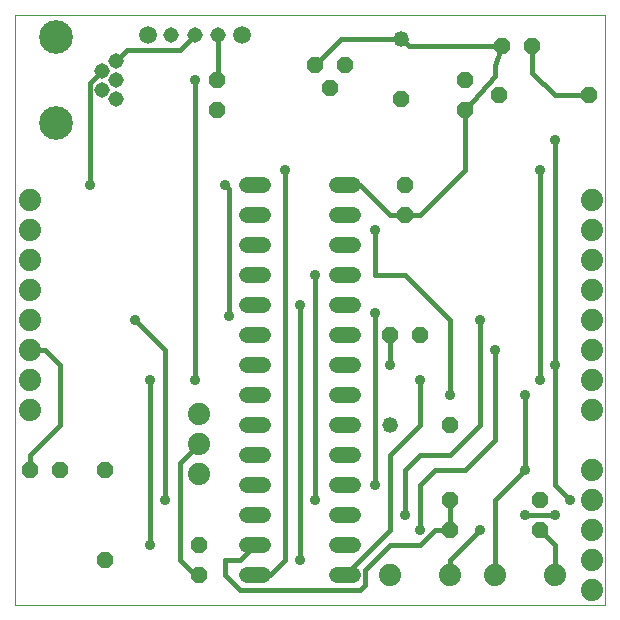
<source format=gtl>
G75*
%MOIN*%
%OFA0B0*%
%FSLAX25Y25*%
%IPPOS*%
%LPD*%
%AMOC8*
5,1,8,0,0,1.08239X$1,22.5*
%
%ADD10C,0.00000*%
%ADD11OC8,0.05200*%
%ADD12C,0.05200*%
%ADD13C,0.05150*%
%ADD14C,0.11220*%
%ADD15C,0.07400*%
%ADD16C,0.05200*%
%ADD17C,0.05937*%
%ADD18C,0.01600*%
%ADD19C,0.03562*%
D10*
X0005060Y0001800D02*
X0005060Y0198650D01*
X0201910Y0198650D01*
X0201910Y0001800D01*
X0005060Y0001800D01*
D11*
X0035060Y0016800D03*
X0035060Y0046800D03*
X0020060Y0046800D03*
X0010060Y0046800D03*
X0066310Y0021800D03*
X0066310Y0011800D03*
X0130060Y0091800D03*
X0140060Y0091800D03*
X0150060Y0061800D03*
X0150060Y0036800D03*
X0150060Y0026800D03*
X0180060Y0026800D03*
X0180060Y0036800D03*
X0135060Y0131800D03*
X0135060Y0141800D03*
X0155060Y0166800D03*
X0155060Y0176800D03*
X0166310Y0171800D03*
X0167560Y0188050D03*
X0177560Y0188050D03*
X0196310Y0171800D03*
X0133810Y0170550D03*
X0115060Y0181800D03*
X0110060Y0174300D03*
X0105060Y0181800D03*
X0072560Y0176800D03*
X0072560Y0166800D03*
D12*
X0133810Y0190550D03*
X0130060Y0061800D03*
D13*
X0038889Y0170501D03*
X0034164Y0173650D03*
X0038889Y0176800D03*
X0034164Y0179950D03*
X0038889Y0183099D03*
X0057186Y0191800D03*
X0065060Y0191800D03*
X0072934Y0191800D03*
D14*
X0018810Y0191170D03*
X0018810Y0162430D03*
D15*
X0010060Y0136800D03*
X0010060Y0126800D03*
X0010060Y0116800D03*
X0010060Y0106800D03*
X0010060Y0096800D03*
X0010060Y0086800D03*
X0010060Y0076800D03*
X0010060Y0066800D03*
X0066310Y0065550D03*
X0066310Y0055550D03*
X0066310Y0045550D03*
X0130060Y0011800D03*
X0150060Y0011800D03*
X0165060Y0011800D03*
X0185060Y0011800D03*
X0197560Y0006800D03*
X0197560Y0016800D03*
X0197560Y0026800D03*
X0197560Y0036800D03*
X0197560Y0046800D03*
X0197560Y0066800D03*
X0197560Y0076800D03*
X0197560Y0086800D03*
X0197560Y0096800D03*
X0197560Y0106800D03*
X0197560Y0116800D03*
X0197560Y0126800D03*
X0197560Y0136800D03*
D16*
X0117660Y0131800D02*
X0112460Y0131800D01*
X0112460Y0121800D02*
X0117660Y0121800D01*
X0117660Y0111800D02*
X0112460Y0111800D01*
X0112460Y0101800D02*
X0117660Y0101800D01*
X0117660Y0091800D02*
X0112460Y0091800D01*
X0112460Y0081800D02*
X0117660Y0081800D01*
X0117660Y0071800D02*
X0112460Y0071800D01*
X0112460Y0061800D02*
X0117660Y0061800D01*
X0117660Y0051800D02*
X0112460Y0051800D01*
X0112460Y0041800D02*
X0117660Y0041800D01*
X0117660Y0031800D02*
X0112460Y0031800D01*
X0112460Y0021800D02*
X0117660Y0021800D01*
X0117660Y0011800D02*
X0112460Y0011800D01*
X0087660Y0011800D02*
X0082460Y0011800D01*
X0082460Y0021800D02*
X0087660Y0021800D01*
X0087660Y0031800D02*
X0082460Y0031800D01*
X0082460Y0041800D02*
X0087660Y0041800D01*
X0087660Y0051800D02*
X0082460Y0051800D01*
X0082460Y0061800D02*
X0087660Y0061800D01*
X0087660Y0071800D02*
X0082460Y0071800D01*
X0082460Y0081800D02*
X0087660Y0081800D01*
X0087660Y0091800D02*
X0082460Y0091800D01*
X0082460Y0101800D02*
X0087660Y0101800D01*
X0087660Y0111800D02*
X0082460Y0111800D01*
X0082460Y0121800D02*
X0087660Y0121800D01*
X0087660Y0131800D02*
X0082460Y0131800D01*
X0082460Y0141800D02*
X0087660Y0141800D01*
X0112460Y0141800D02*
X0117660Y0141800D01*
D17*
X0080808Y0191800D03*
X0049312Y0191800D03*
D18*
X0042590Y0186800D02*
X0060060Y0186800D01*
X0065060Y0191800D01*
X0072934Y0191800D02*
X0072934Y0177174D01*
X0072560Y0176800D01*
X0065060Y0176800D02*
X0065060Y0076800D01*
X0055060Y0086800D02*
X0045060Y0096800D01*
X0055060Y0086800D02*
X0055060Y0036800D01*
X0060060Y0049300D02*
X0066310Y0055550D01*
X0060060Y0049300D02*
X0060060Y0016800D01*
X0065060Y0011800D01*
X0066310Y0011800D01*
X0075060Y0011800D02*
X0075060Y0016800D01*
X0080060Y0016800D01*
X0085060Y0021800D01*
X0085060Y0011800D02*
X0090060Y0011800D01*
X0095060Y0016800D01*
X0095060Y0146800D01*
X0076310Y0140550D02*
X0075060Y0141800D01*
X0076310Y0140550D02*
X0076310Y0098050D01*
X0100060Y0101800D02*
X0100060Y0016800D01*
X0115060Y0011800D02*
X0130060Y0026800D01*
X0130060Y0051800D01*
X0140060Y0061800D01*
X0140060Y0076800D01*
X0150060Y0071800D02*
X0150060Y0096800D01*
X0135060Y0111800D01*
X0125060Y0111800D01*
X0125060Y0126800D01*
X0130060Y0131800D02*
X0135060Y0131800D01*
X0140060Y0131800D01*
X0155060Y0146800D01*
X0155060Y0166800D01*
X0165060Y0178050D01*
X0165060Y0181800D01*
X0167560Y0188050D01*
X0136310Y0188050D01*
X0133810Y0190550D01*
X0113810Y0190550D01*
X0105060Y0181800D01*
X0115060Y0141800D02*
X0120060Y0141800D01*
X0130060Y0131800D01*
X0105060Y0111800D02*
X0105060Y0036800D01*
X0125060Y0041800D02*
X0125060Y0096800D01*
X0125060Y0099300D01*
X0130060Y0091800D02*
X0130060Y0081800D01*
X0160060Y0096800D02*
X0160060Y0061800D01*
X0150060Y0051800D01*
X0140060Y0051800D01*
X0135060Y0046800D01*
X0135060Y0031800D01*
X0140060Y0026800D02*
X0140060Y0041800D01*
X0145060Y0046800D01*
X0155060Y0046800D01*
X0165060Y0056800D01*
X0165060Y0086800D01*
X0175060Y0071800D02*
X0175060Y0046800D01*
X0165060Y0036800D01*
X0165060Y0011800D01*
X0150060Y0016800D02*
X0160060Y0026800D01*
X0150060Y0026800D02*
X0150060Y0036800D01*
X0150060Y0026800D02*
X0145124Y0026800D01*
X0141543Y0023219D01*
X0141479Y0023219D01*
X0140060Y0021800D01*
X0130060Y0021800D01*
X0121830Y0013570D01*
X0121860Y0013540D01*
X0121860Y0008600D01*
X0120060Y0006800D01*
X0080060Y0006800D01*
X0075060Y0011800D01*
X0050060Y0021800D02*
X0050060Y0076800D01*
X0020060Y0081800D02*
X0020060Y0061800D01*
X0010060Y0051800D01*
X0010060Y0046800D01*
X0020060Y0081800D02*
X0015060Y0086800D01*
X0010060Y0086800D01*
X0030060Y0141800D02*
X0030060Y0171851D01*
X0029990Y0171921D01*
X0029990Y0175775D01*
X0034164Y0179950D01*
X0038889Y0183099D02*
X0042590Y0186800D01*
X0177560Y0188050D02*
X0177560Y0179300D01*
X0185060Y0171800D01*
X0196310Y0171800D01*
X0185060Y0156800D02*
X0185060Y0081800D01*
X0185060Y0041800D01*
X0190060Y0036800D01*
X0185060Y0031800D02*
X0175060Y0031800D01*
X0180060Y0026800D02*
X0185060Y0021800D01*
X0185060Y0011800D01*
X0150060Y0011800D02*
X0150060Y0016800D01*
X0180060Y0076800D02*
X0180060Y0146800D01*
D19*
X0180060Y0146800D03*
X0185060Y0156800D03*
X0160060Y0096800D03*
X0165060Y0086800D03*
X0175060Y0071800D03*
X0180060Y0076800D03*
X0185060Y0081800D03*
X0175060Y0046800D03*
X0175060Y0031800D03*
X0185060Y0031800D03*
X0190060Y0036800D03*
X0160060Y0026800D03*
X0140060Y0026800D03*
X0135060Y0031800D03*
X0125060Y0041800D03*
X0105060Y0036800D03*
X0100060Y0016800D03*
X0055060Y0036800D03*
X0050060Y0021800D03*
X0050060Y0076800D03*
X0065060Y0076800D03*
X0076310Y0098050D03*
X0100060Y0101800D03*
X0105060Y0111800D03*
X0125060Y0099300D03*
X0130060Y0081800D03*
X0140060Y0076800D03*
X0150060Y0071800D03*
X0125060Y0126800D03*
X0095060Y0146800D03*
X0075060Y0141800D03*
X0065060Y0176800D03*
X0030060Y0141800D03*
X0045060Y0096800D03*
M02*

</source>
